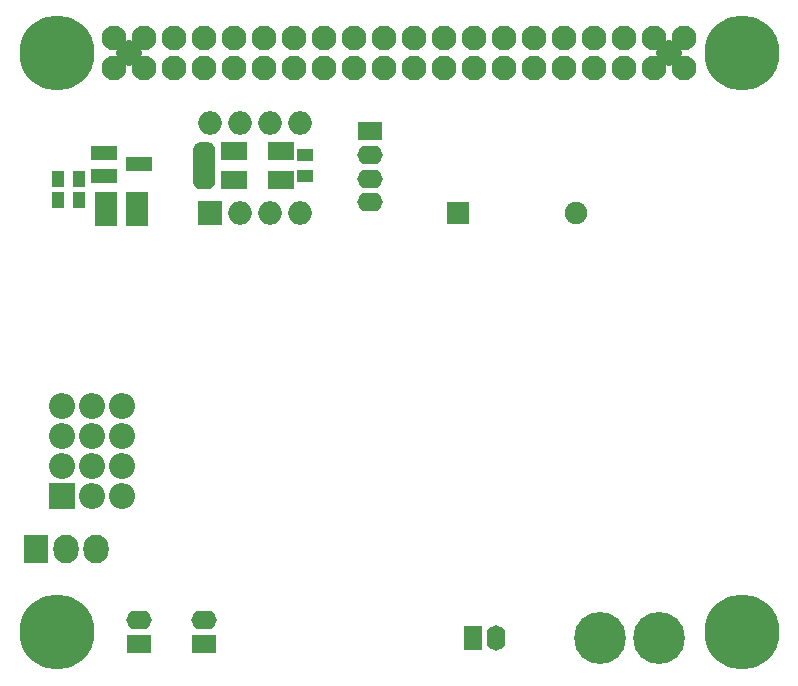
<source format=gbr>
G04 #@! TF.GenerationSoftware,KiCad,Pcbnew,5.0.0-rc2-dev-unknown-41ac458~64~ubuntu17.10.1*
G04 #@! TF.CreationDate,2018-04-19T23:44:08+03:00*
G04 #@! TF.ProjectId,obc-drone-hat,6F62632D64726F6E652D6861742E6B69,rev?*
G04 #@! TF.SameCoordinates,Original*
G04 #@! TF.FileFunction,Soldermask,Bot*
G04 #@! TF.FilePolarity,Negative*
%FSLAX46Y46*%
G04 Gerber Fmt 4.6, Leading zero omitted, Abs format (unit mm)*
G04 Created by KiCad (PCBNEW 5.0.0-rc2-dev-unknown-41ac458~64~ubuntu17.10.1) date Thu Apr 19 23:44:08 2018*
%MOMM*%
%LPD*%
G01*
G04 APERTURE LIST*
%ADD10R,1.400000X1.070000*%
%ADD11R,1.900000X0.900000*%
%ADD12C,0.100000*%
%ADD13C,1.400000*%
%ADD14R,1.900000X1.400000*%
%ADD15R,1.070000X1.400000*%
%ADD16O,2.000000X2.000000*%
%ADD17R,2.000000X2.000000*%
%ADD18R,1.960000X1.050000*%
%ADD19O,2.130000X2.430000*%
%ADD20R,2.130000X2.430000*%
%ADD21O,1.600000X2.150000*%
%ADD22R,1.600000X2.150000*%
%ADD23O,2.150000X1.600000*%
%ADD24R,2.150000X1.600000*%
%ADD25R,2.300000X1.200000*%
%ADD26R,2.200000X1.600000*%
%ADD27C,6.350000*%
%ADD28O,2.200000X2.200000*%
%ADD29R,2.200000X2.200000*%
%ADD30C,2.180000*%
%ADD31C,2.100000*%
%ADD32C,0.900000*%
%ADD33C,4.400000*%
%ADD34R,1.900000X1.900000*%
%ADD35C,1.900000*%
G04 APERTURE END LIST*
D10*
X154500000Y-97875000D03*
X154500000Y-96125000D03*
D11*
X146000000Y-98000000D03*
D12*
G36*
X146318612Y-97603370D02*
X146386563Y-97613449D01*
X146453199Y-97630141D01*
X146517878Y-97653283D01*
X146579978Y-97682654D01*
X146638899Y-97717970D01*
X146694075Y-97758892D01*
X146744975Y-97805024D01*
X146791107Y-97855924D01*
X146832029Y-97911100D01*
X146867345Y-97970021D01*
X146896716Y-98032121D01*
X146919858Y-98096800D01*
X146936550Y-98163436D01*
X146946629Y-98231387D01*
X146950000Y-98299999D01*
X146950000Y-98300001D01*
X146946629Y-98368613D01*
X146936550Y-98436564D01*
X146919858Y-98503200D01*
X146896716Y-98567879D01*
X146867345Y-98629979D01*
X146832029Y-98688900D01*
X146791107Y-98744076D01*
X146744975Y-98794976D01*
X146694075Y-98841108D01*
X146638899Y-98882030D01*
X146579978Y-98917346D01*
X146517878Y-98946717D01*
X146453199Y-98969859D01*
X146386563Y-98986551D01*
X146318612Y-98996630D01*
X146250000Y-99000001D01*
X145750000Y-99000001D01*
X145681388Y-98996630D01*
X145613437Y-98986551D01*
X145546801Y-98969859D01*
X145482122Y-98946717D01*
X145420022Y-98917346D01*
X145361101Y-98882030D01*
X145305925Y-98841108D01*
X145255025Y-98794976D01*
X145208893Y-98744076D01*
X145167971Y-98688900D01*
X145132655Y-98629979D01*
X145103284Y-98567879D01*
X145080142Y-98503200D01*
X145063450Y-98436564D01*
X145053371Y-98368613D01*
X145050000Y-98300001D01*
X145050000Y-98299999D01*
X145053371Y-98231387D01*
X145063450Y-98163436D01*
X145080142Y-98096800D01*
X145103284Y-98032121D01*
X145132655Y-97970021D01*
X145167971Y-97911100D01*
X145208893Y-97855924D01*
X145255025Y-97805024D01*
X145305925Y-97758892D01*
X145361101Y-97717970D01*
X145420022Y-97682654D01*
X145482122Y-97653283D01*
X145546801Y-97630141D01*
X145613437Y-97613449D01*
X145681388Y-97603370D01*
X145750000Y-97599999D01*
X146250000Y-97599999D01*
X146318612Y-97603370D01*
X146318612Y-97603370D01*
G37*
D13*
X146000000Y-98300000D03*
D14*
X146000000Y-97000000D03*
D11*
X146000000Y-96000000D03*
D12*
G36*
X146318612Y-95003370D02*
X146386563Y-95013449D01*
X146453199Y-95030141D01*
X146517878Y-95053283D01*
X146579978Y-95082654D01*
X146638899Y-95117970D01*
X146694075Y-95158892D01*
X146744975Y-95205024D01*
X146791107Y-95255924D01*
X146832029Y-95311100D01*
X146867345Y-95370021D01*
X146896716Y-95432121D01*
X146919858Y-95496800D01*
X146936550Y-95563436D01*
X146946629Y-95631387D01*
X146950000Y-95699999D01*
X146950000Y-95700001D01*
X146946629Y-95768613D01*
X146936550Y-95836564D01*
X146919858Y-95903200D01*
X146896716Y-95967879D01*
X146867345Y-96029979D01*
X146832029Y-96088900D01*
X146791107Y-96144076D01*
X146744975Y-96194976D01*
X146694075Y-96241108D01*
X146638899Y-96282030D01*
X146579978Y-96317346D01*
X146517878Y-96346717D01*
X146453199Y-96369859D01*
X146386563Y-96386551D01*
X146318612Y-96396630D01*
X146250000Y-96400001D01*
X145750000Y-96400001D01*
X145681388Y-96396630D01*
X145613437Y-96386551D01*
X145546801Y-96369859D01*
X145482122Y-96346717D01*
X145420022Y-96317346D01*
X145361101Y-96282030D01*
X145305925Y-96241108D01*
X145255025Y-96194976D01*
X145208893Y-96144076D01*
X145167971Y-96088900D01*
X145132655Y-96029979D01*
X145103284Y-95967879D01*
X145080142Y-95903200D01*
X145063450Y-95836564D01*
X145053371Y-95768613D01*
X145050000Y-95700001D01*
X145050000Y-95699999D01*
X145053371Y-95631387D01*
X145063450Y-95563436D01*
X145080142Y-95496800D01*
X145103284Y-95432121D01*
X145132655Y-95370021D01*
X145167971Y-95311100D01*
X145208893Y-95255924D01*
X145255025Y-95205024D01*
X145305925Y-95158892D01*
X145361101Y-95117970D01*
X145420022Y-95082654D01*
X145482122Y-95053283D01*
X145546801Y-95030141D01*
X145613437Y-95013449D01*
X145681388Y-95003370D01*
X145750000Y-94999999D01*
X146250000Y-94999999D01*
X146318612Y-95003370D01*
X146318612Y-95003370D01*
G37*
D13*
X146000000Y-95700000D03*
D15*
X133625000Y-99900000D03*
X135375000Y-99900000D03*
X133625000Y-98150000D03*
X135375000Y-98150000D03*
D16*
X146500000Y-93380000D03*
X154120000Y-101000000D03*
X149040000Y-93380000D03*
X151580000Y-101000000D03*
X151580000Y-93380000D03*
X149040000Y-101000000D03*
X154120000Y-93380000D03*
D17*
X146500000Y-101000000D03*
D18*
X140350000Y-100650000D03*
X140350000Y-101600000D03*
X140350000Y-99700000D03*
X137650000Y-99700000D03*
X137650000Y-100650000D03*
X137650000Y-101600000D03*
D19*
X136830000Y-129500000D03*
X134290000Y-129500000D03*
D20*
X131750000Y-129500000D03*
D21*
X170750000Y-137000000D03*
D22*
X168750000Y-137000000D03*
D23*
X160000000Y-100100000D03*
X160000000Y-98100000D03*
X160000000Y-96100000D03*
D24*
X160000000Y-94100000D03*
D23*
X140500000Y-135500000D03*
D24*
X140500000Y-137500000D03*
D23*
X146000000Y-135500000D03*
D24*
X146000000Y-137500000D03*
D25*
X140500000Y-96900000D03*
X137500000Y-95950000D03*
X137500000Y-97850000D03*
D26*
X152500000Y-95800000D03*
X148500000Y-95800000D03*
X148500000Y-98200000D03*
X152500000Y-98200000D03*
D27*
X133500000Y-87500000D03*
X191500000Y-87500000D03*
X133500000Y-136500000D03*
X191500000Y-136500000D03*
D28*
X139080000Y-117380000D03*
X136540000Y-117380000D03*
X134000000Y-117380000D03*
X139080000Y-119920000D03*
X136540000Y-119920000D03*
X134000000Y-119920000D03*
X139080000Y-122460000D03*
X136540000Y-122460000D03*
X134000000Y-122460000D03*
X139080000Y-125000000D03*
X136540000Y-125000000D03*
D29*
X134000000Y-125000000D03*
D30*
X185360000Y-87500000D03*
X139640000Y-87500000D03*
D31*
X186630000Y-86230000D03*
X186630000Y-88770000D03*
X184090000Y-86230000D03*
X184090000Y-88770000D03*
X181550000Y-86230000D03*
X181550000Y-88770000D03*
X179010000Y-86230000D03*
X179010000Y-88770000D03*
X176470000Y-86230000D03*
X176470000Y-88770000D03*
X173930000Y-86230000D03*
X173930000Y-88770000D03*
X171390000Y-86230000D03*
X171390000Y-88770000D03*
X168850000Y-86230000D03*
X168850000Y-88770000D03*
X166310000Y-86230000D03*
X166310000Y-88770000D03*
X163770000Y-86230000D03*
X163770000Y-88770000D03*
X161230000Y-86230000D03*
X161230000Y-88770000D03*
X158690000Y-86230000D03*
X158690000Y-88770000D03*
X156150000Y-86230000D03*
X156150000Y-88770000D03*
X153610000Y-86230000D03*
X153610000Y-88770000D03*
X151070000Y-86230000D03*
X151070000Y-88770000D03*
X148530000Y-86230000D03*
X148530000Y-88770000D03*
X145990000Y-86230000D03*
X145990000Y-88770000D03*
X143450000Y-86230000D03*
X143450000Y-88770000D03*
X140910000Y-86230000D03*
X140910000Y-88770000D03*
X138370000Y-86230000D03*
X138370000Y-88770000D03*
D32*
X185972243Y-136150000D03*
X185972243Y-137850000D03*
X184500000Y-138700000D03*
X183027757Y-137850000D03*
X183027757Y-136150000D03*
X184500000Y-135300000D03*
X180972243Y-136150000D03*
X180972243Y-137850000D03*
X179500000Y-138700000D03*
X178027757Y-137850000D03*
X178027757Y-136150000D03*
X179500000Y-135300000D03*
D33*
X184500000Y-137000000D03*
X179500000Y-137000000D03*
D34*
X167500000Y-101000000D03*
D35*
X177500000Y-101000000D03*
M02*

</source>
